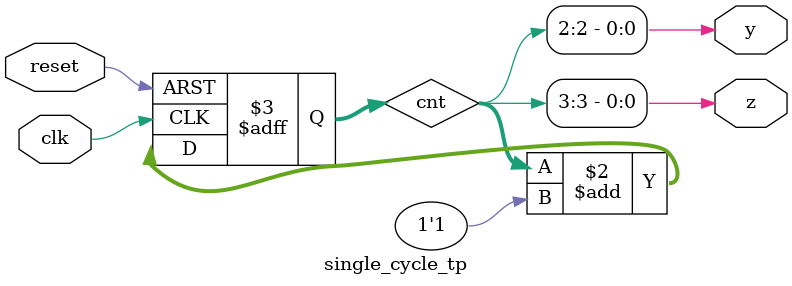
<source format=v>
module single_cycle_tp(input clk,reset,output y,z);
reg [3:0]cnt;
assign y=cnt[2];
assign z=cnt[3];
always@(negedge clk,posedge reset) begin
	if(reset)
	cnt<=0;
	else
	cnt<=cnt+1'b1;
    end
endmodule
</source>
